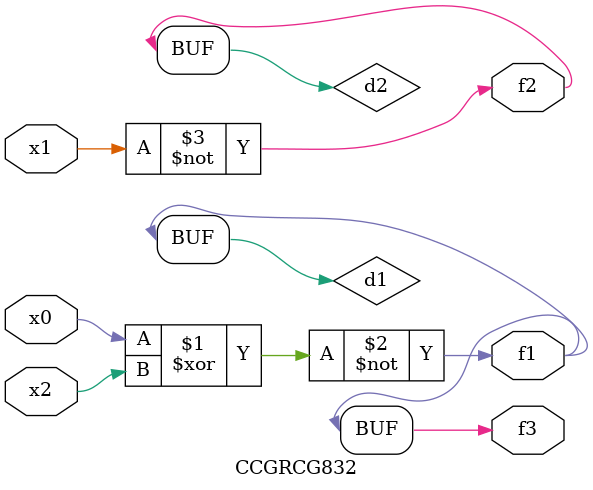
<source format=v>
module CCGRCG832(
	input x0, x1, x2,
	output f1, f2, f3
);

	wire d1, d2, d3;

	xnor (d1, x0, x2);
	nand (d2, x1);
	nor (d3, x1, x2);
	assign f1 = d1;
	assign f2 = d2;
	assign f3 = d1;
endmodule

</source>
